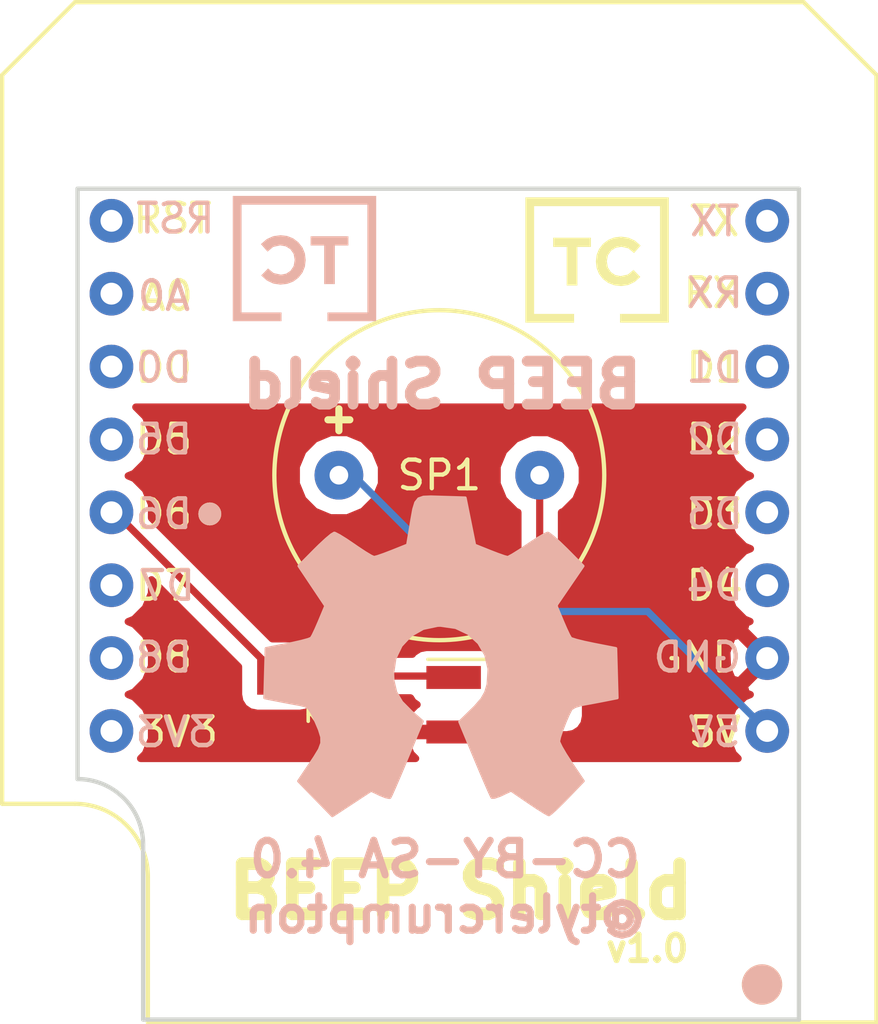
<source format=kicad_pcb>
(kicad_pcb (version 4) (host pcbnew 4.0.3-stable)

  (general
    (links 5)
    (no_connects 0)
    (area 132.986099 89.488599 164.016101 125.598601)
    (thickness 1.6)
    (drawings 14)
    (tracks 9)
    (zones 0)
    (modules 7)
    (nets 6)
  )

  (page A4)
  (layers
    (0 F.Cu signal)
    (31 B.Cu signal)
    (32 B.Adhes user)
    (33 F.Adhes user)
    (34 B.Paste user)
    (35 F.Paste user)
    (36 B.SilkS user)
    (37 F.SilkS user)
    (38 B.Mask user)
    (39 F.Mask user)
    (40 Dwgs.User user)
    (41 Cmts.User user)
    (42 Eco1.User user)
    (43 Eco2.User user)
    (44 Edge.Cuts user)
    (45 Margin user)
    (46 B.CrtYd user)
    (47 F.CrtYd user)
    (48 B.Fab user)
    (49 F.Fab user)
  )

  (setup
    (last_trace_width 0.25)
    (trace_clearance 0.2)
    (zone_clearance 0.508)
    (zone_45_only no)
    (trace_min 0.2)
    (segment_width 0.2)
    (edge_width 0.15)
    (via_size 0.6)
    (via_drill 0.4)
    (via_min_size 0.4)
    (via_min_drill 0.3)
    (uvia_size 0.3)
    (uvia_drill 0.1)
    (uvias_allowed no)
    (uvia_min_size 0.2)
    (uvia_min_drill 0.1)
    (pcb_text_width 0.3)
    (pcb_text_size 1.5 1.5)
    (mod_edge_width 0.15)
    (mod_text_size 1 1)
    (mod_text_width 0.15)
    (pad_size 1.524 1.524)
    (pad_drill 0.762)
    (pad_to_mask_clearance 0.2)
    (aux_axis_origin 0 0)
    (visible_elements 7FFFFFFF)
    (pcbplotparams
      (layerselection 0x010f0_80000001)
      (usegerberextensions true)
      (excludeedgelayer true)
      (linewidth 0.100000)
      (plotframeref false)
      (viasonmask false)
      (mode 1)
      (useauxorigin false)
      (hpglpennumber 1)
      (hpglpenspeed 20)
      (hpglpendiameter 15)
      (hpglpenoverlay 2)
      (psnegative false)
      (psa4output false)
      (plotreference true)
      (plotvalue true)
      (plotinvisibletext false)
      (padsonsilk false)
      (subtractmaskfromsilk true)
      (outputformat 1)
      (mirror false)
      (drillshape 0)
      (scaleselection 1)
      (outputdirectory output/))
  )

  (net 0 "")
  (net 1 "Net-(Q1-Pad1)")
  (net 2 GND)
  (net 3 "Net-(Q1-Pad3)")
  (net 4 BUZZ)
  (net 5 5V)

  (net_class Default "This is the default net class."
    (clearance 0.2)
    (trace_width 0.25)
    (via_dia 0.6)
    (via_drill 0.4)
    (uvia_dia 0.3)
    (uvia_drill 0.1)
    (add_net 5V)
    (add_net BUZZ)
    (add_net GND)
    (add_net "Net-(Q1-Pad1)")
    (add_net "Net-(Q1-Pad3)")
  )

  (module CrumpPrints:D1_mini (layer F.Cu) (tedit 58E1E2A1) (tstamp 58E1DAEC)
    (at 148.5011 105.0036)
    (path /58E1C8F0)
    (fp_text reference U1 (at 0 15.24) (layer F.SilkS) hide
      (effects (font (size 1 1) (thickness 0.15)))
    )
    (fp_text value Wemos_D1_Mini (at 0 -12.7) (layer F.Fab)
      (effects (font (size 1 1) (thickness 0.15)))
    )
    (fp_text user RST (at -9.2011 -7.7036) (layer B.SilkS)
      (effects (font (size 1 1) (thickness 0.15)) (justify mirror))
    )
    (fp_text user A0 (at -9.6011 -5.0036) (layer B.SilkS)
      (effects (font (size 1 1) (thickness 0.15)) (justify mirror))
    )
    (fp_text user D0 (at -9.6011 -2.5036) (layer B.SilkS)
      (effects (font (size 1 1) (thickness 0.15)) (justify mirror))
    )
    (fp_text user D5 (at -9.6011 -0.0036) (layer B.SilkS)
      (effects (font (size 1 1) (thickness 0.15)) (justify mirror))
    )
    (fp_text user D6 (at -9.6011 2.5964) (layer B.SilkS)
      (effects (font (size 1 1) (thickness 0.15)) (justify mirror))
    )
    (fp_text user D7 (at -9.5011 5.0964) (layer B.SilkS)
      (effects (font (size 1 1) (thickness 0.15)) (justify mirror))
    )
    (fp_text user D8 (at -9.6011 7.5964) (layer B.SilkS)
      (effects (font (size 1 1) (thickness 0.15)) (justify mirror))
    )
    (fp_text user 3V3 (at -9.2011 10.1964) (layer B.SilkS)
      (effects (font (size 1 1) (thickness 0.15)) (justify mirror))
    )
    (fp_text user 5V (at 9.5989 10.1964) (layer B.SilkS)
      (effects (font (size 1 1) (thickness 0.15)) (justify mirror))
    )
    (fp_text user GND (at 8.9989 7.5964) (layer B.SilkS)
      (effects (font (size 1 1) (thickness 0.15)) (justify mirror))
    )
    (fp_text user D4 (at 9.5989 5.0964) (layer B.SilkS)
      (effects (font (size 1 1) (thickness 0.15)) (justify mirror))
    )
    (fp_text user D3 (at 9.5989 2.5964) (layer B.SilkS)
      (effects (font (size 1 1) (thickness 0.15)) (justify mirror))
    )
    (fp_text user D2 (at 9.5989 -0.0036) (layer B.SilkS)
      (effects (font (size 1 1) (thickness 0.15)) (justify mirror))
    )
    (fp_text user D1 (at 9.5989 -2.5036) (layer B.SilkS)
      (effects (font (size 1 1) (thickness 0.15)) (justify mirror))
    )
    (fp_text user RX (at 9.5989 -5.1036) (layer B.SilkS)
      (effects (font (size 1 1) (thickness 0.15)) (justify mirror))
    )
    (fp_text user TX (at 9.5989 -7.6036) (layer B.SilkS)
      (effects (font (size 1 1) (thickness 0.15)) (justify mirror))
    )
    (fp_text user TX (at 9.5989 -7.6036) (layer F.SilkS)
      (effects (font (size 1 1) (thickness 0.15)))
    )
    (fp_text user RX (at 9.4989 -5.1036) (layer F.SilkS)
      (effects (font (size 1 1) (thickness 0.15)))
    )
    (fp_text user D1 (at 9.5989 -2.5036) (layer F.SilkS)
      (effects (font (size 1 1) (thickness 0.15)))
    )
    (fp_text user D2 (at 9.5989 -0.0036) (layer F.SilkS)
      (effects (font (size 1 1) (thickness 0.15)))
    )
    (fp_text user D3 (at 9.5989 2.5964) (layer F.SilkS)
      (effects (font (size 1 1) (thickness 0.15)))
    )
    (fp_text user D4 (at 9.5989 5.0964) (layer F.SilkS)
      (effects (font (size 1 1) (thickness 0.15)))
    )
    (fp_text user GND (at 8.9989 7.5964) (layer F.SilkS)
      (effects (font (size 1 1) (thickness 0.15)))
    )
    (fp_text user 5V (at 9.5989 10.1964) (layer F.SilkS)
      (effects (font (size 1 1) (thickness 0.15)))
    )
    (fp_text user 3V3 (at -9.1011 10.1964) (layer F.SilkS)
      (effects (font (size 1 1) (thickness 0.15)))
    )
    (fp_text user D8 (at -9.6011 7.5964) (layer F.SilkS)
      (effects (font (size 1 1) (thickness 0.15)))
    )
    (fp_text user D7 (at -9.6011 5.0964) (layer F.SilkS)
      (effects (font (size 1 1) (thickness 0.15)))
    )
    (fp_text user D6 (at -9.6011 2.5964) (layer F.SilkS)
      (effects (font (size 1 1) (thickness 0.15)))
    )
    (fp_text user D5 (at -9.6011 -0.0036) (layer F.SilkS)
      (effects (font (size 1 1) (thickness 0.15)))
    )
    (fp_text user D0 (at -9.6011 -2.5036) (layer F.SilkS)
      (effects (font (size 1 1) (thickness 0.15)))
    )
    (fp_text user A0 (at -9.5011 -5.0036) (layer F.SilkS)
      (effects (font (size 1 1) (thickness 0.15)))
    )
    (fp_text user RST (at -9.3011 -7.7036) (layer F.SilkS)
      (effects (font (size 1 1) (thickness 0.15)))
    )
    (fp_line (start 15.24 -12.7) (end 15.24 20.32) (layer F.SilkS) (width 0.15))
    (fp_line (start -12.7 -15.24) (end 12.7 -15.24) (layer F.SilkS) (width 0.15))
    (fp_line (start -15.24 -12.7) (end -15.24 12.7) (layer F.SilkS) (width 0.15))
    (fp_line (start 12.7 -15.24) (end 15.24 -12.7) (layer F.SilkS) (width 0.15))
    (fp_line (start -15.24 -12.7) (end -12.7 -15.24) (layer F.SilkS) (width 0.15))
    (fp_line (start -10.16 15.24) (end -10.16 20.32) (layer F.SilkS) (width 0.15))
    (fp_line (start -15.24 12.7) (end -12.7 12.7) (layer F.SilkS) (width 0.15))
    (fp_arc (start -12.7 15.24) (end -12.7 12.7) (angle 90) (layer F.SilkS) (width 0.15))
    (fp_line (start 15.24 20.32) (end -10.16 20.32) (layer F.SilkS) (width 0.15))
    (pad 1 thru_hole circle (at -11.43 -7.62) (size 1.524 1.524) (drill 0.762) (layers *.Cu *.Mask))
    (pad 2 thru_hole circle (at -11.43 -5.08) (size 1.524 1.524) (drill 0.762) (layers *.Cu *.Mask))
    (pad 3 thru_hole circle (at -11.43 -2.54) (size 1.524 1.524) (drill 0.762) (layers *.Cu *.Mask))
    (pad 4 thru_hole circle (at -11.43 0) (size 1.524 1.524) (drill 0.762) (layers *.Cu *.Mask))
    (pad 5 thru_hole circle (at -11.43 2.54) (size 1.524 1.524) (drill 0.762) (layers *.Cu *.Mask)
      (net 4 BUZZ))
    (pad 6 thru_hole circle (at -11.43 5.08) (size 1.524 1.524) (drill 0.762) (layers *.Cu *.Mask))
    (pad 7 thru_hole circle (at -11.43 7.62) (size 1.524 1.524) (drill 0.762) (layers *.Cu *.Mask))
    (pad 8 thru_hole circle (at -11.43 10.16) (size 1.524 1.524) (drill 0.762) (layers *.Cu *.Mask))
    (pad 9 thru_hole circle (at 11.43 10.16) (size 1.524 1.524) (drill 0.762) (layers *.Cu *.Mask)
      (net 5 5V))
    (pad 10 thru_hole circle (at 11.43 7.62) (size 1.524 1.524) (drill 0.762) (layers *.Cu *.Mask)
      (net 2 GND))
    (pad 11 thru_hole circle (at 11.43 5.08) (size 1.524 1.524) (drill 0.762) (layers *.Cu *.Mask))
    (pad 12 thru_hole circle (at 11.43 2.54) (size 1.524 1.524) (drill 0.762) (layers *.Cu *.Mask))
    (pad 13 thru_hole circle (at 11.43 0) (size 1.524 1.524) (drill 0.762) (layers *.Cu *.Mask))
    (pad 14 thru_hole circle (at 11.43 -2.54) (size 1.524 1.524) (drill 0.762) (layers *.Cu *.Mask))
    (pad 15 thru_hole circle (at 11.43 -5.08) (size 1.524 1.524) (drill 0.762) (layers *.Cu *.Mask))
    (pad 16 thru_hole circle (at 11.43 -7.62) (size 1.524 1.524) (drill 0.762) (layers *.Cu *.Mask))
  )

  (module TO_SOT_Packages_SMD:SOT-23_Handsoldering (layer F.Cu) (tedit 58E1E796) (tstamp 58E1DAA1)
    (at 150.5 114.25)
    (descr "SOT-23, Handsoldering")
    (tags SOT-23)
    (path /58E1C559)
    (attr smd)
    (fp_text reference Q1 (at 0 2.25) (layer F.SilkS)
      (effects (font (size 0.5 0.5) (thickness 0.125)))
    )
    (fp_text value "J3Y NPN" (at 0 -2.25) (layer F.Fab)
      (effects (font (size 1 1) (thickness 0.15)))
    )
    (fp_text user %R (at 0 0) (layer F.Fab)
      (effects (font (size 0.5 0.5) (thickness 0.075)))
    )
    (fp_line (start 0.76 1.58) (end 0.76 0.65) (layer F.SilkS) (width 0.12))
    (fp_line (start 0.76 -1.58) (end 0.76 -0.65) (layer F.SilkS) (width 0.12))
    (fp_line (start -2.7 -1.75) (end 2.7 -1.75) (layer F.CrtYd) (width 0.05))
    (fp_line (start 2.7 -1.75) (end 2.7 1.75) (layer F.CrtYd) (width 0.05))
    (fp_line (start 2.7 1.75) (end -2.7 1.75) (layer F.CrtYd) (width 0.05))
    (fp_line (start -2.7 1.75) (end -2.7 -1.75) (layer F.CrtYd) (width 0.05))
    (fp_line (start 0.76 -1.58) (end -2.4 -1.58) (layer F.SilkS) (width 0.12))
    (fp_line (start -0.7 -0.95) (end -0.7 1.5) (layer F.Fab) (width 0.1))
    (fp_line (start -0.15 -1.52) (end 0.7 -1.52) (layer F.Fab) (width 0.1))
    (fp_line (start -0.7 -0.95) (end -0.15 -1.52) (layer F.Fab) (width 0.1))
    (fp_line (start 0.7 -1.52) (end 0.7 1.52) (layer F.Fab) (width 0.1))
    (fp_line (start -0.7 1.52) (end 0.7 1.52) (layer F.Fab) (width 0.1))
    (fp_line (start 0.76 1.58) (end -0.7 1.58) (layer F.SilkS) (width 0.12))
    (pad 1 smd rect (at -1.5 -0.95) (size 1.9 0.8) (layers F.Cu F.Paste F.Mask)
      (net 1 "Net-(Q1-Pad1)"))
    (pad 2 smd rect (at -1.5 0.95) (size 1.9 0.8) (layers F.Cu F.Paste F.Mask)
      (net 2 GND))
    (pad 3 smd rect (at 1.5 0) (size 1.9 0.8) (layers F.Cu F.Paste F.Mask)
      (net 3 "Net-(Q1-Pad3)"))
    (model ${KISYS3DMOD}/TO_SOT_Packages_SMD.3dshapes\SOT-23.wrl
      (at (xyz 0 0 0))
      (scale (xyz 1 1 1))
      (rotate (xyz 0 0 0))
    )
  )

  (module Resistors_SMD:R_0805_HandSoldering (layer F.Cu) (tedit 58E1E773) (tstamp 58E1DAA7)
    (at 144.25 113.25 180)
    (descr "Resistor SMD 0805, hand soldering")
    (tags "resistor 0805")
    (path /58E1C5E2)
    (attr smd)
    (fp_text reference R1 (at -0.05 -1.35 180) (layer F.SilkS)
      (effects (font (size 0.5 0.5) (thickness 0.125)))
    )
    (fp_text value 2.2K (at 0 1.75 180) (layer F.Fab)
      (effects (font (size 1 1) (thickness 0.15)))
    )
    (fp_text user %R (at 0 0 180) (layer F.Fab)
      (effects (font (size 0.5 0.5) (thickness 0.075)))
    )
    (fp_line (start -1 0.62) (end -1 -0.62) (layer F.Fab) (width 0.1))
    (fp_line (start 1 0.62) (end -1 0.62) (layer F.Fab) (width 0.1))
    (fp_line (start 1 -0.62) (end 1 0.62) (layer F.Fab) (width 0.1))
    (fp_line (start -1 -0.62) (end 1 -0.62) (layer F.Fab) (width 0.1))
    (fp_line (start 0.6 0.88) (end -0.6 0.88) (layer F.SilkS) (width 0.12))
    (fp_line (start -0.6 -0.88) (end 0.6 -0.88) (layer F.SilkS) (width 0.12))
    (fp_line (start -2.35 -0.9) (end 2.35 -0.9) (layer F.CrtYd) (width 0.05))
    (fp_line (start -2.35 -0.9) (end -2.35 0.9) (layer F.CrtYd) (width 0.05))
    (fp_line (start 2.35 0.9) (end 2.35 -0.9) (layer F.CrtYd) (width 0.05))
    (fp_line (start 2.35 0.9) (end -2.35 0.9) (layer F.CrtYd) (width 0.05))
    (pad 1 smd rect (at -1.35 0 180) (size 1.5 1.3) (layers F.Cu F.Paste F.Mask)
      (net 1 "Net-(Q1-Pad1)"))
    (pad 2 smd rect (at 1.35 0 180) (size 1.5 1.3) (layers F.Cu F.Paste F.Mask)
      (net 4 BUZZ))
    (model ${KISYS3DMOD}/Resistors_SMD.3dshapes/R_0805.wrl
      (at (xyz 0 0 0))
      (scale (xyz 1 1 1))
      (rotate (xyz 0 0 0))
    )
  )

  (module CrumpPrints:5V_buzzer (layer F.Cu) (tedit 58E1E19D) (tstamp 58E1DAAF)
    (at 148.5 106.25)
    (tags "5V Piezo Passive Buzzer")
    (path /58E1C369)
    (fp_text reference SP1 (at 0 0) (layer F.SilkS)
      (effects (font (size 1 1) (thickness 0.15)))
    )
    (fp_text value SPEAKER (at 0 -6.5) (layer F.Fab)
      (effects (font (size 1 1) (thickness 0.15)))
    )
    (fp_text user + (at -3.5 -2) (layer F.SilkS)
      (effects (font (size 1 1) (thickness 0.25)))
    )
    (fp_circle (center 0 0) (end 5.75 0) (layer F.SilkS) (width 0.15))
    (pad 2 thru_hole circle (at 3.5 0) (size 1.7 1.7) (drill 0.65) (layers *.Cu *.Mask)
      (net 3 "Net-(Q1-Pad3)"))
    (pad 1 thru_hole circle (at -3.5 0) (size 1.7 1.7) (drill 0.65) (layers *.Cu *.Mask)
      (net 5 5V))
    (model ../../../../../../Repos/esp-beep/hardware/includes/CrumpPrints.pretty/3d_models/5V_buzzer.wrl
      (at (xyz 0 0 0))
      (scale (xyz 0.3937 0.3937 0.3937))
      (rotate (xyz 0 0 0))
    )
  )

  (module CrumpPrintSymbols:tc_30mm (layer F.Cu) (tedit 58856E63) (tstamp 58E1F2D5)
    (at 154 98.75)
    (descr "Imported from ../../../Dropbox/Vector Images/Other/tylercrumpton/tc.svg")
    (tags svg2mod)
    (attr smd)
    (fp_text reference svg2mod (at 0 -5.231772) (layer F.SilkS) hide
      (effects (font (thickness 0.3048)))
    )
    (fp_text value G*** (at 0 5.231772) (layer F.SilkS) hide
      (effects (font (thickness 0.3048)))
    )
    (fp_poly (pts (xy 2.193664 1.877434) (xy 2.193664 -1.877434) (xy -2.193661 -1.877434) (xy -2.193661 1.877434)
      (xy -0.80057 1.877434) (xy -0.80057 2.183772) (xy -2.499999 2.183772) (xy -2.499999 -2.183772)
      (xy 2.499999 -2.183772) (xy 2.499999 2.183772) (xy 0.800528 2.183772) (xy 0.800528 1.877434)
      (xy 2.193664 1.877434)) (layer F.SilkS) (width 0))
    (fp_poly (pts (xy -0.686701 -0.454978) (xy -0.686701 0.8898) (xy -1.058682 0.8898) (xy -1.058682 -0.454978)
      (xy -1.530792 -0.454978) (xy -1.530792 -0.776852) (xy -0.21459 -0.776852) (xy -0.21459 -0.454978)
      (xy -0.686701 -0.454978)) (layer F.SilkS) (width 0))
    (fp_poly (pts (xy 0.822581 0.56075) (xy 1.071754 0.506517) (xy 1.270841 0.343775) (xy 1.509259 0.589327)
      (xy 1.308846 0.766865) (xy 1.08591 0.873352) (xy 0.84048 0.908837) (xy 0.598838 0.881819)
      (xy 0.387421 0.80076) (xy 0.20623 0.665649) (xy 0.067795 0.489341) (xy -0.015267 0.284685)
      (xy -0.042954 0.051661) (xy -0.01474 -0.181871) (xy 0.069908 -0.388124) (xy 0.211 -0.567098)
      (xy 0.392861 -0.704846) (xy 0.59989 -0.787502) (xy 0.832078 -0.815056) (xy 1.09064 -0.780353)
      (xy 1.31955 -0.676242) (xy 1.518799 -0.502723) (xy 1.287514 -0.240411) (xy 1.089604 -0.404947)
      (xy 0.848795 -0.459792) (xy 0.654139 -0.425521) (xy 0.489942 -0.322684) (xy 0.378167 -0.161726)
      (xy 0.340931 0.04689) (xy 0.376094 0.256414) (xy 0.481628 0.420053) (xy 0.637187 0.525587)
      (xy 0.822581 0.56075)) (layer F.SilkS) (width 0))
  )

  (module CrumpPrintSymbols:Symbol_OSHW-Logo_12.5mm_NoText_Silkscreen (layer B.Cu) (tedit 54F93AD9) (tstamp 58E1F481)
    (at 148.6 112.5 180)
    (fp_text reference G*** (at 0 0 180) (layer B.SilkS) hide
      (effects (font (thickness 0.3)) (justify mirror))
    )
    (fp_text value LOGO (at 0.75 0 180) (layer B.SilkS) hide
      (effects (font (thickness 0.3)) (justify mirror))
    )
    (fp_poly (pts (xy 6.186444 -1.510795) (xy 5.739055 -1.598946) (xy 5.407619 -1.66271) (xy 5.083407 -1.72269)
      (xy 4.964541 -1.743777) (xy 4.770372 -1.792122) (xy 4.639717 -1.882689) (xy 4.527433 -2.059029)
      (xy 4.437704 -2.252043) (xy 4.282738 -2.614376) (xy 4.201874 -2.87563) (xy 4.199782 -3.089168)
      (xy 4.281135 -3.308355) (xy 4.450602 -3.586557) (xy 4.570131 -3.764897) (xy 5.006375 -4.411382)
      (xy 4.416979 -5.016138) (xy 3.827584 -5.620893) (xy 3.152085 -5.177415) (xy 2.476586 -4.733937)
      (xy 2.170689 -4.879809) (xy 1.96805 -4.961694) (xy 1.837057 -4.987377) (xy 1.820353 -4.981242)
      (xy 1.774541 -4.891911) (xy 1.675942 -4.672863) (xy 1.536255 -4.350958) (xy 1.367177 -3.953053)
      (xy 1.232971 -3.632568) (xy 0.690029 -2.328333) (xy 1.066889 -2.002357) (xy 1.408976 -1.657933)
      (xy 1.614569 -1.315009) (xy 1.708301 -0.923012) (xy 1.721118 -0.659281) (xy 1.644396 -0.14112)
      (xy 1.427912 0.30732) (xy 1.093668 0.663905) (xy 0.663664 0.906504) (xy 0.159904 1.012983)
      (xy 0.055747 1.016) (xy -0.470501 0.94035) (xy -0.919998 0.728237) (xy -1.275002 0.401916)
      (xy -1.517769 -0.016356) (xy -1.630559 -0.504323) (xy -1.595628 -1.039729) (xy -1.593 -1.052173)
      (xy -1.512786 -1.321452) (xy -1.379524 -1.554837) (xy -1.157097 -1.810103) (xy -1.056396 -1.910529)
      (xy -0.610517 -2.345846) (xy -1.151871 -3.642313) (xy -1.334817 -4.07696) (xy -1.496677 -4.454953)
      (xy -1.625708 -4.749392) (xy -1.710173 -4.933377) (xy -1.736676 -4.982231) (xy -1.832647 -4.97664)
      (xy -2.019586 -4.90985) (xy -2.090349 -4.877747) (xy -2.40057 -4.729813) (xy -3.029339 -5.158906)
      (xy -3.314754 -5.34926) (xy -3.547541 -5.496287) (xy -3.692612 -5.578192) (xy -3.720164 -5.588)
      (xy -3.801954 -5.530818) (xy -3.971288 -5.37706) (xy -4.199599 -5.153405) (xy -4.351232 -4.998605)
      (xy -4.920244 -4.409211) (xy -4.492122 -3.774762) (xy -4.301465 -3.479634) (xy -4.154501 -3.228182)
      (xy -4.073255 -3.059195) (xy -4.064 -3.02078) (xy -4.095988 -2.876332) (xy -4.176874 -2.636217)
      (xy -4.284047 -2.358261) (xy -4.394891 -2.100289) (xy -4.486795 -1.920128) (xy -4.505155 -1.89269)
      (xy -4.631335 -1.815355) (xy -4.848115 -1.749891) (xy -4.892517 -1.741406) (xy -5.167395 -1.691793)
      (xy -5.503115 -1.628387) (xy -5.65439 -1.598946) (xy -6.101779 -1.510795) (xy -6.077723 -0.649564)
      (xy -6.053667 0.211667) (xy -5.296156 0.359578) (xy -4.955127 0.431557) (xy -4.679353 0.499833)
      (xy -4.509854 0.553789) (xy -4.478509 0.571245) (xy -4.41746 0.677085) (xy -4.315322 0.893142)
      (xy -4.194741 1.171385) (xy -3.97111 1.70777) (xy -4.441899 2.395909) (xy -4.912688 3.084048)
      (xy -4.342448 3.658691) (xy -4.086931 3.906926) (xy -3.869443 4.101234) (xy -3.720839 4.214885)
      (xy -3.67918 4.233334) (xy -3.57147 4.187923) (xy -3.363347 4.066639) (xy -3.09228 3.891899)
      (xy -2.971637 3.81) (xy -2.687838 3.620163) (xy -2.454218 3.474369) (xy -2.307181 3.394903)
      (xy -2.280118 3.386667) (xy -2.167354 3.416216) (xy -1.946304 3.493622) (xy -1.669454 3.600306)
      (xy -1.135793 3.813946) (xy -0.970064 4.637473) (xy -0.804334 5.461) (xy 0.022092 5.485244)
      (xy 0.396071 5.496272) (xy 0.652567 5.485958) (xy 0.819385 5.428102) (xy 0.92433 5.296505)
      (xy 0.995208 5.064969) (xy 1.059825 4.707294) (xy 1.098855 4.470685) (xy 1.207741 3.819037)
      (xy 1.747761 3.602852) (xy 2.031832 3.493904) (xy 2.25712 3.416228) (xy 2.374697 3.386667)
      (xy 2.479332 3.432585) (xy 2.683861 3.55513) (xy 2.951114 3.73149) (xy 3.064418 3.810001)
      (xy 3.34719 4.001347) (xy 3.583047 4.147671) (xy 3.734283 4.226094) (xy 3.762048 4.233334)
      (xy 3.859384 4.176585) (xy 4.042694 4.024195) (xy 4.280969 3.802947) (xy 4.425555 3.660261)
      (xy 4.994236 3.087189) (xy 4.527888 2.390632) (xy 4.06154 1.694075) (xy 4.282289 1.164538)
      (xy 4.402631 0.887059) (xy 4.503976 0.673276) (xy 4.563175 0.571245) (xy 4.668247 0.52774)
      (xy 4.898961 0.4649) (xy 5.214296 0.393346) (xy 5.380822 0.359578) (xy 6.138333 0.211667)
      (xy 6.162389 -0.649564) (xy 6.186444 -1.510795) (xy 6.186444 -1.510795)) (layer B.SilkS) (width 0.1))
  )

  (module CrumpPrintSymbols:tc_30mm (layer B.Cu) (tedit 58856E63) (tstamp 58E1F4BC)
    (at 143.8 98.7 180)
    (descr "Imported from ../../../Dropbox/Vector Images/Other/tylercrumpton/tc.svg")
    (tags svg2mod)
    (attr smd)
    (fp_text reference svg2mod (at 0 5.231772 180) (layer B.SilkS) hide
      (effects (font (thickness 0.3048)) (justify mirror))
    )
    (fp_text value G*** (at 0 -5.231772 180) (layer B.SilkS) hide
      (effects (font (thickness 0.3048)) (justify mirror))
    )
    (fp_poly (pts (xy 2.193664 -1.877434) (xy 2.193664 1.877434) (xy -2.193661 1.877434) (xy -2.193661 -1.877434)
      (xy -0.80057 -1.877434) (xy -0.80057 -2.183772) (xy -2.499999 -2.183772) (xy -2.499999 2.183772)
      (xy 2.499999 2.183772) (xy 2.499999 -2.183772) (xy 0.800528 -2.183772) (xy 0.800528 -1.877434)
      (xy 2.193664 -1.877434)) (layer B.SilkS) (width 0))
    (fp_poly (pts (xy -0.686701 0.454978) (xy -0.686701 -0.8898) (xy -1.058682 -0.8898) (xy -1.058682 0.454978)
      (xy -1.530792 0.454978) (xy -1.530792 0.776852) (xy -0.21459 0.776852) (xy -0.21459 0.454978)
      (xy -0.686701 0.454978)) (layer B.SilkS) (width 0))
    (fp_poly (pts (xy 0.822581 -0.56075) (xy 1.071754 -0.506517) (xy 1.270841 -0.343775) (xy 1.509259 -0.589327)
      (xy 1.308846 -0.766865) (xy 1.08591 -0.873352) (xy 0.84048 -0.908837) (xy 0.598838 -0.881819)
      (xy 0.387421 -0.80076) (xy 0.20623 -0.665649) (xy 0.067795 -0.489341) (xy -0.015267 -0.284685)
      (xy -0.042954 -0.051661) (xy -0.01474 0.181871) (xy 0.069908 0.388124) (xy 0.211 0.567098)
      (xy 0.392861 0.704846) (xy 0.59989 0.787502) (xy 0.832078 0.815056) (xy 1.09064 0.780353)
      (xy 1.31955 0.676242) (xy 1.518799 0.502723) (xy 1.287514 0.240411) (xy 1.089604 0.404947)
      (xy 0.848795 0.459792) (xy 0.654139 0.425521) (xy 0.489942 0.322684) (xy 0.378167 0.161726)
      (xy 0.340931 -0.04689) (xy 0.376094 -0.256414) (xy 0.481628 -0.420053) (xy 0.637187 -0.525587)
      (xy 0.822581 -0.56075)) (layer B.SilkS) (width 0))
  )

  (gr_text "BEEP Shield" (at 148.6 103.1) (layer B.SilkS)
    (effects (font (size 1.5 1.5) (thickness 0.375)) (justify mirror))
  )
  (gr_text "CC-BY-SA 4.0\n@tylercrumpton" (at 148.7 120.6) (layer B.SilkS)
    (effects (font (size 1.2 1.2) (thickness 0.25)) (justify mirror))
  )
  (gr_circle (center 159.75 124) (end 160 123.75) (layer F.SilkS) (width 0.7) (tstamp 58E1F2FB))
  (gr_circle (center 140.5 107.6) (end 140.5 107.4) (layer F.SilkS) (width 0.4) (tstamp 58E1F2F6))
  (gr_circle (center 140.5 107.6) (end 140.5 107.4) (layer B.SilkS) (width 0.4))
  (gr_circle (center 159.75 124) (end 160 123.75) (layer B.SilkS) (width 0.7))
  (gr_text v1.0 (at 155.75 122.75) (layer F.SilkS)
    (effects (font (size 0.9 0.9) (thickness 0.2)))
  )
  (gr_text "BEEP Shield" (at 149.25 120.75) (layer F.SilkS)
    (effects (font (size 1.75 1.75) (thickness 0.4375)))
  )
  (gr_line (start 135.89 116.84) (end 135.89 96.266) (angle 90) (layer Edge.Cuts) (width 0.15))
  (gr_line (start 138.176 125.222) (end 138.176 119.126) (angle 90) (layer Edge.Cuts) (width 0.15))
  (gr_line (start 161.036 125.222) (end 138.176 125.222) (angle 90) (layer Edge.Cuts) (width 0.15))
  (gr_arc (start 135.89 119.126) (end 135.89 116.84) (angle 90) (layer Edge.Cuts) (width 0.15))
  (gr_line (start 161.036 96.266) (end 161.036 125.222) (angle 90) (layer Edge.Cuts) (width 0.15))
  (gr_line (start 135.89 96.266) (end 161.036 96.266) (angle 90) (layer Edge.Cuts) (width 0.15))

  (segment (start 145.6 113.25) (end 148.95 113.25) (width 0.25) (layer F.Cu) (net 1))
  (segment (start 148.95 113.25) (end 149 113.3) (width 0.25) (layer F.Cu) (net 1) (tstamp 58E1ED1B))
  (segment (start 152 114.25) (end 152 106.25) (width 0.25) (layer F.Cu) (net 3))
  (segment (start 137.0711 107.5436) (end 137.1936 107.5436) (width 0.25) (layer F.Cu) (net 4))
  (segment (start 137.1936 107.5436) (end 142.9 113.25) (width 0.25) (layer F.Cu) (net 4) (tstamp 58E1ED18))
  (segment (start 145 106.25) (end 145.5 106.25) (width 0.25) (layer B.Cu) (net 5))
  (segment (start 145.5 106.25) (end 150.25 111) (width 0.25) (layer B.Cu) (net 5) (tstamp 58E1ED27))
  (segment (start 150.25 111) (end 155.7675 111) (width 0.25) (layer B.Cu) (net 5) (tstamp 58E1ED28))
  (segment (start 155.7675 111) (end 159.9311 115.1636) (width 0.25) (layer B.Cu) (net 5) (tstamp 58E1ED2A))

  (zone (net 2) (net_name GND) (layer F.Cu) (tstamp 58E1ED15) (hatch edge 0.508)
    (connect_pads (clearance 0.508))
    (min_thickness 0.254)
    (fill yes (arc_segments 16) (thermal_gap 0.508) (thermal_bridge_width 0.508))
    (polygon
      (pts
        (xy 136 103.75) (xy 161 103.75) (xy 161 116.25) (xy 136 116.25)
      )
    )
    (filled_polygon
      (pts
        (xy 158.747471 104.21123) (xy 158.534343 104.7245) (xy 158.533858 105.280261) (xy 158.74609 105.793903) (xy 159.13873 106.187229)
        (xy 159.346612 106.273549) (xy 159.140797 106.35859) (xy 158.747471 106.75123) (xy 158.534343 107.2645) (xy 158.533858 107.820261)
        (xy 158.74609 108.333903) (xy 159.13873 108.727229) (xy 159.346612 108.813549) (xy 159.140797 108.89859) (xy 158.747471 109.29123)
        (xy 158.534343 109.8045) (xy 158.533858 110.360261) (xy 158.74609 110.873903) (xy 159.13873 111.267229) (xy 159.330827 111.346995)
        (xy 159.199957 111.401203) (xy 159.130492 111.643387) (xy 159.9311 112.443995) (xy 159.945243 112.429853) (xy 160.124848 112.609458)
        (xy 160.110705 112.6236) (xy 160.124848 112.637743) (xy 159.945243 112.817348) (xy 159.9311 112.803205) (xy 159.130492 113.603813)
        (xy 159.199957 113.845997) (xy 159.340418 113.896109) (xy 159.140797 113.97859) (xy 158.747471 114.37123) (xy 158.534343 114.8845)
        (xy 158.533858 115.440261) (xy 158.74609 115.953903) (xy 158.914892 116.123) (xy 150.325025 116.123) (xy 150.488327 115.959699)
        (xy 150.585 115.72631) (xy 150.585 115.48575) (xy 150.42625 115.327) (xy 149.127 115.327) (xy 149.127 115.347)
        (xy 148.873 115.347) (xy 148.873 115.327) (xy 147.57375 115.327) (xy 147.415 115.48575) (xy 147.415 115.72631)
        (xy 147.511673 115.959699) (xy 147.674975 116.123) (xy 138.087407 116.123) (xy 138.254729 115.95597) (xy 138.467857 115.4427)
        (xy 138.468342 114.886939) (xy 138.25611 114.373297) (xy 137.86347 113.979971) (xy 137.655588 113.893651) (xy 137.861403 113.80861)
        (xy 138.254729 113.41597) (xy 138.467857 112.9027) (xy 138.468342 112.346939) (xy 138.25611 111.833297) (xy 137.86347 111.439971)
        (xy 137.655588 111.353651) (xy 137.861403 111.26861) (xy 138.254729 110.87597) (xy 138.467857 110.3627) (xy 138.468267 109.893069)
        (xy 141.50256 112.927362) (xy 141.50256 113.9) (xy 141.546838 114.135317) (xy 141.68591 114.351441) (xy 141.89811 114.496431)
        (xy 142.15 114.54744) (xy 143.65 114.54744) (xy 143.885317 114.503162) (xy 144.101441 114.36409) (xy 144.246431 114.15189)
        (xy 144.249081 114.138803) (xy 144.38591 114.351441) (xy 144.59811 114.496431) (xy 144.85 114.54744) (xy 146.35 114.54744)
        (xy 146.585317 114.503162) (xy 146.801441 114.36409) (xy 146.946431 114.15189) (xy 146.975164 114.01) (xy 147.494895 114.01)
        (xy 147.58591 114.151441) (xy 147.72575 114.24699) (xy 147.690302 114.261673) (xy 147.511673 114.440301) (xy 147.415 114.67369)
        (xy 147.415 114.91425) (xy 147.57375 115.073) (xy 148.873 115.073) (xy 148.873 115.053) (xy 149.127 115.053)
        (xy 149.127 115.073) (xy 150.42625 115.073) (xy 150.512262 114.986988) (xy 150.58591 115.101441) (xy 150.79811 115.246431)
        (xy 151.05 115.29744) (xy 152.95 115.29744) (xy 153.185317 115.253162) (xy 153.401441 115.11409) (xy 153.546431 114.90189)
        (xy 153.59744 114.65) (xy 153.59744 113.85) (xy 153.553162 113.614683) (xy 153.41409 113.398559) (xy 153.20189 113.253569)
        (xy 152.95 113.20256) (xy 152.76 113.20256) (xy 152.76 112.415902) (xy 158.521956 112.415902) (xy 158.549738 112.970968)
        (xy 158.708703 113.354743) (xy 158.950887 113.424208) (xy 159.751495 112.6236) (xy 158.950887 111.822992) (xy 158.708703 111.892457)
        (xy 158.521956 112.415902) (xy 152.76 112.415902) (xy 152.76 107.542747) (xy 152.840086 107.509656) (xy 153.258188 107.092283)
        (xy 153.484742 106.546681) (xy 153.485257 105.955911) (xy 153.259656 105.409914) (xy 152.842283 104.991812) (xy 152.296681 104.765258)
        (xy 151.705911 104.764743) (xy 151.159914 104.990344) (xy 150.741812 105.407717) (xy 150.515258 105.953319) (xy 150.514743 106.544089)
        (xy 150.740344 107.090086) (xy 151.157717 107.508188) (xy 151.24 107.542355) (xy 151.24 113.20256) (xy 151.05 113.20256)
        (xy 150.814683 113.246838) (xy 150.598559 113.38591) (xy 150.59744 113.387548) (xy 150.59744 112.9) (xy 150.553162 112.664683)
        (xy 150.41409 112.448559) (xy 150.20189 112.303569) (xy 149.95 112.25256) (xy 148.05 112.25256) (xy 147.814683 112.296838)
        (xy 147.598559 112.43591) (xy 147.561601 112.49) (xy 146.976742 112.49) (xy 146.953162 112.364683) (xy 146.81409 112.148559)
        (xy 146.60189 112.003569) (xy 146.35 111.95256) (xy 144.85 111.95256) (xy 144.614683 111.996838) (xy 144.398559 112.13591)
        (xy 144.253569 112.34811) (xy 144.250919 112.361197) (xy 144.11409 112.148559) (xy 143.90189 112.003569) (xy 143.65 111.95256)
        (xy 142.677362 111.95256) (xy 138.467926 107.743124) (xy 138.468342 107.266939) (xy 138.25611 106.753297) (xy 138.047267 106.544089)
        (xy 143.514743 106.544089) (xy 143.740344 107.090086) (xy 144.157717 107.508188) (xy 144.703319 107.734742) (xy 145.294089 107.735257)
        (xy 145.840086 107.509656) (xy 146.258188 107.092283) (xy 146.484742 106.546681) (xy 146.485257 105.955911) (xy 146.259656 105.409914)
        (xy 145.842283 104.991812) (xy 145.296681 104.765258) (xy 144.705911 104.764743) (xy 144.159914 104.990344) (xy 143.741812 105.407717)
        (xy 143.515258 105.953319) (xy 143.514743 106.544089) (xy 138.047267 106.544089) (xy 137.86347 106.359971) (xy 137.655588 106.273651)
        (xy 137.861403 106.18861) (xy 138.254729 105.79597) (xy 138.467857 105.2827) (xy 138.468342 104.726939) (xy 138.25611 104.213297)
        (xy 137.9204 103.877) (xy 159.082285 103.877)
      )
    )
  )
)

</source>
